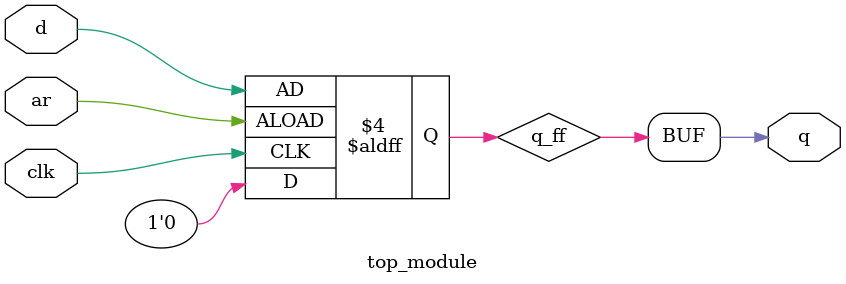
<source format=sv>
module top_module (
    input clk,
    input d,
    input ar,
    output logic q
);

    reg q_ff;

    always_ff @(posedge clk, posedge ar)
    begin
        if (!ar)
            q_ff <= 1'b0;
        else
            q_ff <= d;
    end

    always_comb
    begin
        q = q_ff;
    end

endmodule

</source>
